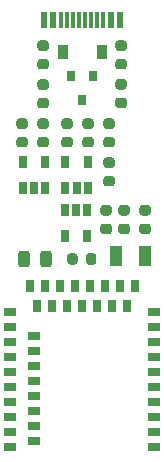
<source format=gbr>
G04 #@! TF.GenerationSoftware,KiCad,Pcbnew,(5.1.8)-1*
G04 #@! TF.CreationDate,2021-06-12T10:53:30+02:00*
G04 #@! TF.ProjectId,BlueMacro,426c7565-4d61-4637-926f-2e6b69636164,rev?*
G04 #@! TF.SameCoordinates,Original*
G04 #@! TF.FileFunction,Paste,Top*
G04 #@! TF.FilePolarity,Positive*
%FSLAX46Y46*%
G04 Gerber Fmt 4.6, Leading zero omitted, Abs format (unit mm)*
G04 Created by KiCad (PCBNEW (5.1.8)-1) date 2021-06-12 10:53:30*
%MOMM*%
%LPD*%
G01*
G04 APERTURE LIST*
%ADD10R,0.650000X1.000000*%
%ADD11R,1.000000X0.650000*%
%ADD12R,0.900000X1.200000*%
%ADD13R,0.300000X1.450000*%
%ADD14R,0.600000X1.450000*%
%ADD15R,0.800000X0.900000*%
%ADD16R,0.650000X1.060000*%
%ADD17R,1.000000X1.800000*%
G04 APERTURE END LIST*
D10*
X48283000Y-58607000D03*
X44473000Y-58607000D03*
X45743000Y-58607000D03*
X49553000Y-58607000D03*
X47013000Y-58607000D03*
X52093000Y-58607000D03*
X50823000Y-58607000D03*
D11*
X44219000Y-70037000D03*
X44219000Y-68767000D03*
X44219000Y-67497000D03*
X44219000Y-66227000D03*
X44219000Y-64957000D03*
X44219000Y-63687000D03*
X44219000Y-62417000D03*
D10*
X47650000Y-56896000D03*
X43840000Y-56896000D03*
X48920000Y-56896000D03*
X50190000Y-56896000D03*
X51460000Y-56896000D03*
X46380000Y-56896000D03*
X52730000Y-56896000D03*
X45110000Y-56896000D03*
D11*
X42141000Y-59115000D03*
X42141000Y-60385000D03*
X42141000Y-65465000D03*
X42141000Y-61655000D03*
X42141000Y-66735000D03*
X42141000Y-68005000D03*
X42141000Y-69275000D03*
X42141000Y-64195000D03*
X42141000Y-70545000D03*
X42141000Y-62925000D03*
X54379000Y-70545000D03*
X54379000Y-69275000D03*
X54379000Y-68005000D03*
X54379000Y-66735000D03*
X54379000Y-65465000D03*
X54379000Y-64195000D03*
X54379000Y-62925000D03*
X54379000Y-61655000D03*
X54379000Y-60385000D03*
X54379000Y-59115000D03*
X44219000Y-61147000D03*
D12*
X46610000Y-37084000D03*
X49910000Y-37084000D03*
D13*
X48510000Y-34365000D03*
X48010000Y-34365000D03*
X47510000Y-34365000D03*
X49010000Y-34365000D03*
X47010000Y-34365000D03*
X49510000Y-34365000D03*
X46510000Y-34365000D03*
X50010000Y-34365000D03*
D14*
X50710000Y-34365000D03*
X45810000Y-34365000D03*
X51485000Y-34365000D03*
X45035000Y-34365000D03*
G36*
G01*
X42849500Y-55066250D02*
X42849500Y-54153750D01*
G75*
G02*
X43093250Y-53910000I243750J0D01*
G01*
X43580750Y-53910000D01*
G75*
G02*
X43824500Y-54153750I0J-243750D01*
G01*
X43824500Y-55066250D01*
G75*
G02*
X43580750Y-55310000I-243750J0D01*
G01*
X43093250Y-55310000D01*
G75*
G02*
X42849500Y-55066250I0J243750D01*
G01*
G37*
G36*
G01*
X44724500Y-55066250D02*
X44724500Y-54153750D01*
G75*
G02*
X44968250Y-53910000I243750J0D01*
G01*
X45455750Y-53910000D01*
G75*
G02*
X45699500Y-54153750I0J-243750D01*
G01*
X45699500Y-55066250D01*
G75*
G02*
X45455750Y-55310000I-243750J0D01*
G01*
X44968250Y-55310000D01*
G75*
G02*
X44724500Y-55066250I0J243750D01*
G01*
G37*
D15*
X49210000Y-39132000D03*
X47310000Y-39132000D03*
X48260000Y-41132000D03*
D16*
X46850260Y-46398000D03*
X48750260Y-46398000D03*
X48750260Y-48598000D03*
X47800260Y-48598000D03*
X46850260Y-48598000D03*
X48702000Y-50505000D03*
X47752000Y-50505000D03*
X46802000Y-50505000D03*
X46802000Y-52705000D03*
X48702000Y-52705000D03*
D17*
X53594000Y-54356000D03*
X51094000Y-54356000D03*
D16*
X43246000Y-48598000D03*
X44196000Y-48598000D03*
X45146000Y-48598000D03*
X45146000Y-46398000D03*
X43246000Y-46398000D03*
G36*
G01*
X53850250Y-50932500D02*
X53337750Y-50932500D01*
G75*
G02*
X53119000Y-50713750I0J218750D01*
G01*
X53119000Y-50276250D01*
G75*
G02*
X53337750Y-50057500I218750J0D01*
G01*
X53850250Y-50057500D01*
G75*
G02*
X54069000Y-50276250I0J-218750D01*
G01*
X54069000Y-50713750D01*
G75*
G02*
X53850250Y-50932500I-218750J0D01*
G01*
G37*
G36*
G01*
X53850250Y-52507500D02*
X53337750Y-52507500D01*
G75*
G02*
X53119000Y-52288750I0J218750D01*
G01*
X53119000Y-51851250D01*
G75*
G02*
X53337750Y-51632500I218750J0D01*
G01*
X53850250Y-51632500D01*
G75*
G02*
X54069000Y-51851250I0J-218750D01*
G01*
X54069000Y-52288750D01*
G75*
G02*
X53850250Y-52507500I-218750J0D01*
G01*
G37*
G36*
G01*
X52072250Y-52507500D02*
X51559750Y-52507500D01*
G75*
G02*
X51341000Y-52288750I0J218750D01*
G01*
X51341000Y-51851250D01*
G75*
G02*
X51559750Y-51632500I218750J0D01*
G01*
X52072250Y-51632500D01*
G75*
G02*
X52291000Y-51851250I0J-218750D01*
G01*
X52291000Y-52288750D01*
G75*
G02*
X52072250Y-52507500I-218750J0D01*
G01*
G37*
G36*
G01*
X52072250Y-50932500D02*
X51559750Y-50932500D01*
G75*
G02*
X51341000Y-50713750I0J218750D01*
G01*
X51341000Y-50276250D01*
G75*
G02*
X51559750Y-50057500I218750J0D01*
G01*
X52072250Y-50057500D01*
G75*
G02*
X52291000Y-50276250I0J-218750D01*
G01*
X52291000Y-50713750D01*
G75*
G02*
X52072250Y-50932500I-218750J0D01*
G01*
G37*
G36*
G01*
X50035750Y-50057500D02*
X50548250Y-50057500D01*
G75*
G02*
X50767000Y-50276250I0J-218750D01*
G01*
X50767000Y-50713750D01*
G75*
G02*
X50548250Y-50932500I-218750J0D01*
G01*
X50035750Y-50932500D01*
G75*
G02*
X49817000Y-50713750I0J218750D01*
G01*
X49817000Y-50276250D01*
G75*
G02*
X50035750Y-50057500I218750J0D01*
G01*
G37*
G36*
G01*
X50035750Y-51632500D02*
X50548250Y-51632500D01*
G75*
G02*
X50767000Y-51851250I0J-218750D01*
G01*
X50767000Y-52288750D01*
G75*
G02*
X50548250Y-52507500I-218750J0D01*
G01*
X50035750Y-52507500D01*
G75*
G02*
X49817000Y-52288750I0J218750D01*
G01*
X49817000Y-51851250D01*
G75*
G02*
X50035750Y-51632500I218750J0D01*
G01*
G37*
G36*
G01*
X50802250Y-45167000D02*
X50289750Y-45167000D01*
G75*
G02*
X50071000Y-44948250I0J218750D01*
G01*
X50071000Y-44510750D01*
G75*
G02*
X50289750Y-44292000I218750J0D01*
G01*
X50802250Y-44292000D01*
G75*
G02*
X51021000Y-44510750I0J-218750D01*
G01*
X51021000Y-44948250D01*
G75*
G02*
X50802250Y-45167000I-218750J0D01*
G01*
G37*
G36*
G01*
X50802250Y-43592000D02*
X50289750Y-43592000D01*
G75*
G02*
X50071000Y-43373250I0J218750D01*
G01*
X50071000Y-42935750D01*
G75*
G02*
X50289750Y-42717000I218750J0D01*
G01*
X50802250Y-42717000D01*
G75*
G02*
X51021000Y-42935750I0J-218750D01*
G01*
X51021000Y-43373250D01*
G75*
G02*
X50802250Y-43592000I-218750J0D01*
G01*
G37*
G36*
G01*
X47884500Y-54353750D02*
X47884500Y-54866250D01*
G75*
G02*
X47665750Y-55085000I-218750J0D01*
G01*
X47228250Y-55085000D01*
G75*
G02*
X47009500Y-54866250I0J218750D01*
G01*
X47009500Y-54353750D01*
G75*
G02*
X47228250Y-54135000I218750J0D01*
G01*
X47665750Y-54135000D01*
G75*
G02*
X47884500Y-54353750I0J-218750D01*
G01*
G37*
G36*
G01*
X49459500Y-54353750D02*
X49459500Y-54866250D01*
G75*
G02*
X49240750Y-55085000I-218750J0D01*
G01*
X48803250Y-55085000D01*
G75*
G02*
X48584500Y-54866250I0J218750D01*
G01*
X48584500Y-54353750D01*
G75*
G02*
X48803250Y-54135000I218750J0D01*
G01*
X49240750Y-54135000D01*
G75*
G02*
X49459500Y-54353750I0J-218750D01*
G01*
G37*
G36*
G01*
X47246250Y-43592000D02*
X46733750Y-43592000D01*
G75*
G02*
X46515000Y-43373250I0J218750D01*
G01*
X46515000Y-42935750D01*
G75*
G02*
X46733750Y-42717000I218750J0D01*
G01*
X47246250Y-42717000D01*
G75*
G02*
X47465000Y-42935750I0J-218750D01*
G01*
X47465000Y-43373250D01*
G75*
G02*
X47246250Y-43592000I-218750J0D01*
G01*
G37*
G36*
G01*
X47246250Y-45167000D02*
X46733750Y-45167000D01*
G75*
G02*
X46515000Y-44948250I0J218750D01*
G01*
X46515000Y-44510750D01*
G75*
G02*
X46733750Y-44292000I218750J0D01*
G01*
X47246250Y-44292000D01*
G75*
G02*
X47465000Y-44510750I0J-218750D01*
G01*
X47465000Y-44948250D01*
G75*
G02*
X47246250Y-45167000I-218750J0D01*
G01*
G37*
G36*
G01*
X45214250Y-41865000D02*
X44701750Y-41865000D01*
G75*
G02*
X44483000Y-41646250I0J218750D01*
G01*
X44483000Y-41208750D01*
G75*
G02*
X44701750Y-40990000I218750J0D01*
G01*
X45214250Y-40990000D01*
G75*
G02*
X45433000Y-41208750I0J-218750D01*
G01*
X45433000Y-41646250D01*
G75*
G02*
X45214250Y-41865000I-218750J0D01*
G01*
G37*
G36*
G01*
X45214250Y-40290000D02*
X44701750Y-40290000D01*
G75*
G02*
X44483000Y-40071250I0J218750D01*
G01*
X44483000Y-39633750D01*
G75*
G02*
X44701750Y-39415000I218750J0D01*
G01*
X45214250Y-39415000D01*
G75*
G02*
X45433000Y-39633750I0J-218750D01*
G01*
X45433000Y-40071250D01*
G75*
G02*
X45214250Y-40290000I-218750J0D01*
G01*
G37*
G36*
G01*
X51305750Y-39389500D02*
X51818250Y-39389500D01*
G75*
G02*
X52037000Y-39608250I0J-218750D01*
G01*
X52037000Y-40045750D01*
G75*
G02*
X51818250Y-40264500I-218750J0D01*
G01*
X51305750Y-40264500D01*
G75*
G02*
X51087000Y-40045750I0J218750D01*
G01*
X51087000Y-39608250D01*
G75*
G02*
X51305750Y-39389500I218750J0D01*
G01*
G37*
G36*
G01*
X51305750Y-40964500D02*
X51818250Y-40964500D01*
G75*
G02*
X52037000Y-41183250I0J-218750D01*
G01*
X52037000Y-41620750D01*
G75*
G02*
X51818250Y-41839500I-218750J0D01*
G01*
X51305750Y-41839500D01*
G75*
G02*
X51087000Y-41620750I0J218750D01*
G01*
X51087000Y-41183250D01*
G75*
G02*
X51305750Y-40964500I218750J0D01*
G01*
G37*
G36*
G01*
X42923750Y-42717000D02*
X43436250Y-42717000D01*
G75*
G02*
X43655000Y-42935750I0J-218750D01*
G01*
X43655000Y-43373250D01*
G75*
G02*
X43436250Y-43592000I-218750J0D01*
G01*
X42923750Y-43592000D01*
G75*
G02*
X42705000Y-43373250I0J218750D01*
G01*
X42705000Y-42935750D01*
G75*
G02*
X42923750Y-42717000I218750J0D01*
G01*
G37*
G36*
G01*
X42923750Y-44292000D02*
X43436250Y-44292000D01*
G75*
G02*
X43655000Y-44510750I0J-218750D01*
G01*
X43655000Y-44948250D01*
G75*
G02*
X43436250Y-45167000I-218750J0D01*
G01*
X42923750Y-45167000D01*
G75*
G02*
X42705000Y-44948250I0J218750D01*
G01*
X42705000Y-44510750D01*
G75*
G02*
X42923750Y-44292000I218750J0D01*
G01*
G37*
G36*
G01*
X45214250Y-43592000D02*
X44701750Y-43592000D01*
G75*
G02*
X44483000Y-43373250I0J218750D01*
G01*
X44483000Y-42935750D01*
G75*
G02*
X44701750Y-42717000I218750J0D01*
G01*
X45214250Y-42717000D01*
G75*
G02*
X45433000Y-42935750I0J-218750D01*
G01*
X45433000Y-43373250D01*
G75*
G02*
X45214250Y-43592000I-218750J0D01*
G01*
G37*
G36*
G01*
X45214250Y-45167000D02*
X44701750Y-45167000D01*
G75*
G02*
X44483000Y-44948250I0J218750D01*
G01*
X44483000Y-44510750D01*
G75*
G02*
X44701750Y-44292000I218750J0D01*
G01*
X45214250Y-44292000D01*
G75*
G02*
X45433000Y-44510750I0J-218750D01*
G01*
X45433000Y-44948250D01*
G75*
G02*
X45214250Y-45167000I-218750J0D01*
G01*
G37*
G36*
G01*
X48511750Y-42717000D02*
X49024250Y-42717000D01*
G75*
G02*
X49243000Y-42935750I0J-218750D01*
G01*
X49243000Y-43373250D01*
G75*
G02*
X49024250Y-43592000I-218750J0D01*
G01*
X48511750Y-43592000D01*
G75*
G02*
X48293000Y-43373250I0J218750D01*
G01*
X48293000Y-42935750D01*
G75*
G02*
X48511750Y-42717000I218750J0D01*
G01*
G37*
G36*
G01*
X48511750Y-44292000D02*
X49024250Y-44292000D01*
G75*
G02*
X49243000Y-44510750I0J-218750D01*
G01*
X49243000Y-44948250D01*
G75*
G02*
X49024250Y-45167000I-218750J0D01*
G01*
X48511750Y-45167000D01*
G75*
G02*
X48293000Y-44948250I0J218750D01*
G01*
X48293000Y-44510750D01*
G75*
G02*
X48511750Y-44292000I218750J0D01*
G01*
G37*
G36*
G01*
X50289750Y-47594000D02*
X50802250Y-47594000D01*
G75*
G02*
X51021000Y-47812750I0J-218750D01*
G01*
X51021000Y-48250250D01*
G75*
G02*
X50802250Y-48469000I-218750J0D01*
G01*
X50289750Y-48469000D01*
G75*
G02*
X50071000Y-48250250I0J218750D01*
G01*
X50071000Y-47812750D01*
G75*
G02*
X50289750Y-47594000I218750J0D01*
G01*
G37*
G36*
G01*
X50289750Y-46019000D02*
X50802250Y-46019000D01*
G75*
G02*
X51021000Y-46237750I0J-218750D01*
G01*
X51021000Y-46675250D01*
G75*
G02*
X50802250Y-46894000I-218750J0D01*
G01*
X50289750Y-46894000D01*
G75*
G02*
X50071000Y-46675250I0J218750D01*
G01*
X50071000Y-46237750D01*
G75*
G02*
X50289750Y-46019000I218750J0D01*
G01*
G37*
G36*
G01*
X44701750Y-36113000D02*
X45214250Y-36113000D01*
G75*
G02*
X45433000Y-36331750I0J-218750D01*
G01*
X45433000Y-36769250D01*
G75*
G02*
X45214250Y-36988000I-218750J0D01*
G01*
X44701750Y-36988000D01*
G75*
G02*
X44483000Y-36769250I0J218750D01*
G01*
X44483000Y-36331750D01*
G75*
G02*
X44701750Y-36113000I218750J0D01*
G01*
G37*
G36*
G01*
X44701750Y-37688000D02*
X45214250Y-37688000D01*
G75*
G02*
X45433000Y-37906750I0J-218750D01*
G01*
X45433000Y-38344250D01*
G75*
G02*
X45214250Y-38563000I-218750J0D01*
G01*
X44701750Y-38563000D01*
G75*
G02*
X44483000Y-38344250I0J218750D01*
G01*
X44483000Y-37906750D01*
G75*
G02*
X44701750Y-37688000I218750J0D01*
G01*
G37*
G36*
G01*
X51305750Y-37688000D02*
X51818250Y-37688000D01*
G75*
G02*
X52037000Y-37906750I0J-218750D01*
G01*
X52037000Y-38344250D01*
G75*
G02*
X51818250Y-38563000I-218750J0D01*
G01*
X51305750Y-38563000D01*
G75*
G02*
X51087000Y-38344250I0J218750D01*
G01*
X51087000Y-37906750D01*
G75*
G02*
X51305750Y-37688000I218750J0D01*
G01*
G37*
G36*
G01*
X51305750Y-36113000D02*
X51818250Y-36113000D01*
G75*
G02*
X52037000Y-36331750I0J-218750D01*
G01*
X52037000Y-36769250D01*
G75*
G02*
X51818250Y-36988000I-218750J0D01*
G01*
X51305750Y-36988000D01*
G75*
G02*
X51087000Y-36769250I0J218750D01*
G01*
X51087000Y-36331750D01*
G75*
G02*
X51305750Y-36113000I218750J0D01*
G01*
G37*
M02*

</source>
